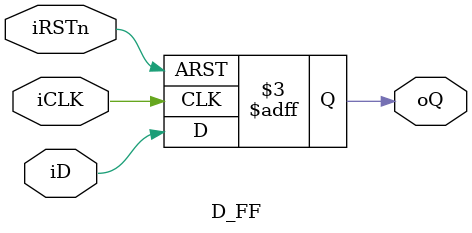
<source format=v>
module D_FF(iRSTn,
            iCLK,
            iD,
            oQ);
    
    input iRSTn, iCLK, iD;
    output oQ;
    reg oQ;
    
    always@(negedge iRSTn or posedge iCLK)
    begin
        if (~iRSTn)
            oQ <= 1'b0;
        else
            oQ <= iD;
    end
    
endmodule


</source>
